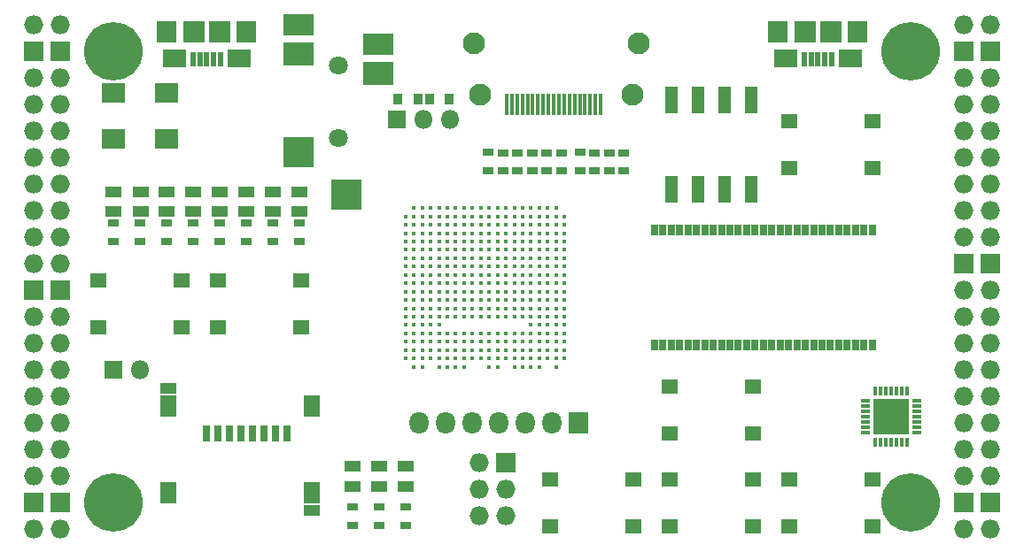
<source format=gts>
G04 #@! TF.GenerationSoftware,KiCad,Pcbnew,5.0.0-rc2-dev-unknown+dfsg1+20180318-2*
G04 #@! TF.CreationDate,2018-05-15T23:44:12+02:00*
G04 #@! TF.ProjectId,ulx3s,756C7833732E6B696361645F70636200,rev?*
G04 #@! TF.SameCoordinates,Original*
G04 #@! TF.FileFunction,Soldermask,Top*
G04 #@! TF.FilePolarity,Negative*
%FSLAX46Y46*%
G04 Gerber Fmt 4.6, Leading zero omitted, Abs format (unit mm)*
G04 Created by KiCad (PCBNEW 5.0.0-rc2-dev-unknown+dfsg1+20180318-2) date Tue May 15 23:44:12 2018*
%MOMM*%
%LPD*%
G01*
G04 APERTURE LIST*
%ADD10O,1.827200X1.827200*%
%ADD11R,1.827200X1.827200*%
%ADD12C,5.600000*%
%ADD13R,2.200000X1.700000*%
%ADD14R,2.000000X2.000000*%
%ADD15R,0.500000X1.450000*%
%ADD16R,1.900000X2.000000*%
%ADD17O,0.950000X0.400000*%
%ADD18O,0.400000X0.950000*%
%ADD19R,1.775000X1.775000*%
%ADD20R,1.827200X2.132000*%
%ADD21O,1.827200X2.132000*%
%ADD22R,1.650000X1.400000*%
%ADD23R,1.220000X2.540000*%
%ADD24C,0.430000*%
%ADD25R,2.900000X2.100000*%
%ADD26R,2.900000X2.300000*%
%ADD27R,2.900000X2.900000*%
%ADD28C,1.800000*%
%ADD29R,0.800000X1.600000*%
%ADD30R,1.550000X1.000000*%
%ADD31R,1.550000X2.100000*%
%ADD32R,2.300000X1.900000*%
%ADD33R,0.660000X1.000000*%
%ADD34R,1.100000X0.770000*%
%ADD35R,1.600000X1.070000*%
%ADD36R,0.400000X2.000000*%
%ADD37C,2.100000*%
%ADD38R,0.945000X1.100000*%
%ADD39R,1.800000X1.800000*%
%ADD40O,1.800000X1.800000*%
G04 APERTURE END LIST*
D10*
X97910000Y-62690000D03*
X95370000Y-62690000D03*
D11*
X97910000Y-65230000D03*
X95370000Y-65230000D03*
D10*
X97910000Y-67770000D03*
X95370000Y-67770000D03*
X97910000Y-70310000D03*
X95370000Y-70310000D03*
X97910000Y-72850000D03*
X95370000Y-72850000D03*
X97910000Y-75390000D03*
X95370000Y-75390000D03*
X97910000Y-77930000D03*
X95370000Y-77930000D03*
X97910000Y-80470000D03*
X95370000Y-80470000D03*
X97910000Y-83010000D03*
X95370000Y-83010000D03*
X97910000Y-85550000D03*
X95370000Y-85550000D03*
D11*
X97910000Y-88090000D03*
X95370000Y-88090000D03*
D10*
X97910000Y-90630000D03*
X95370000Y-90630000D03*
X97910000Y-93170000D03*
X95370000Y-93170000D03*
X97910000Y-95710000D03*
X95370000Y-95710000D03*
X97910000Y-98250000D03*
X95370000Y-98250000D03*
X97910000Y-100790000D03*
X95370000Y-100790000D03*
X97910000Y-103330000D03*
X95370000Y-103330000D03*
X97910000Y-105870000D03*
X95370000Y-105870000D03*
D11*
X97910000Y-108410000D03*
X95370000Y-108410000D03*
D10*
X97910000Y-110950000D03*
X95370000Y-110950000D03*
X184270000Y-110950000D03*
X186810000Y-110950000D03*
D11*
X184270000Y-108410000D03*
X186810000Y-108410000D03*
D10*
X184270000Y-105870000D03*
X186810000Y-105870000D03*
X184270000Y-103330000D03*
X186810000Y-103330000D03*
X184270000Y-100790000D03*
X186810000Y-100790000D03*
X184270000Y-98250000D03*
X186810000Y-98250000D03*
X184270000Y-95710000D03*
X186810000Y-95710000D03*
X184270000Y-93170000D03*
X186810000Y-93170000D03*
X184270000Y-90630000D03*
X186810000Y-90630000D03*
X184270000Y-88090000D03*
X186810000Y-88090000D03*
D11*
X184270000Y-85550000D03*
X186810000Y-85550000D03*
D10*
X184270000Y-83010000D03*
X186810000Y-83010000D03*
X184270000Y-80470000D03*
X186810000Y-80470000D03*
X184270000Y-77930000D03*
X186810000Y-77930000D03*
X184270000Y-75390000D03*
X186810000Y-75390000D03*
X184270000Y-72850000D03*
X186810000Y-72850000D03*
X184270000Y-70310000D03*
X186810000Y-70310000D03*
X184270000Y-67770000D03*
X186810000Y-67770000D03*
D11*
X184270000Y-65230000D03*
X186810000Y-65230000D03*
D10*
X184270000Y-62690000D03*
X186810000Y-62690000D03*
D12*
X102990000Y-108410000D03*
X179190000Y-108410000D03*
X179190000Y-65230000D03*
X102990000Y-65230000D03*
D13*
X114980000Y-65875000D03*
X108780000Y-65875000D03*
D14*
X113080000Y-63325000D03*
X110680000Y-63325000D03*
D15*
X113180000Y-66000000D03*
X112530000Y-66000000D03*
X111880000Y-66000000D03*
X111230000Y-66000000D03*
X110580000Y-66000000D03*
D16*
X115680000Y-63325000D03*
X108080000Y-63325000D03*
D13*
X173400000Y-65875000D03*
X167200000Y-65875000D03*
D14*
X171500000Y-63325000D03*
X169100000Y-63325000D03*
D15*
X171600000Y-66000000D03*
X170950000Y-66000000D03*
X170300000Y-66000000D03*
X169650000Y-66000000D03*
X169000000Y-66000000D03*
D16*
X174100000Y-63325000D03*
X166500000Y-63325000D03*
D11*
X140455000Y-104600000D03*
D10*
X137915000Y-104600000D03*
X140455000Y-107140000D03*
X137915000Y-107140000D03*
X140455000Y-109680000D03*
X137915000Y-109680000D03*
D17*
X179735000Y-101655000D03*
X179735000Y-101155000D03*
X179735000Y-100655000D03*
X179735000Y-100155000D03*
X179735000Y-99655000D03*
X179735000Y-99155000D03*
X179735000Y-98655000D03*
D18*
X178785000Y-97705000D03*
X178285000Y-97705000D03*
X177785000Y-97705000D03*
X177285000Y-97705000D03*
X176785000Y-97705000D03*
X176285000Y-97705000D03*
X175785000Y-97705000D03*
D17*
X174835000Y-98655000D03*
X174835000Y-99155000D03*
X174835000Y-99655000D03*
X174835000Y-100155000D03*
X174835000Y-100655000D03*
X174835000Y-101155000D03*
X174835000Y-101655000D03*
D18*
X175785000Y-102605000D03*
X176285000Y-102605000D03*
X176785000Y-102605000D03*
X177285000Y-102605000D03*
X177785000Y-102605000D03*
X178285000Y-102605000D03*
X178785000Y-102605000D03*
D19*
X176447500Y-99317500D03*
X176447500Y-100992500D03*
X178122500Y-99317500D03*
X178122500Y-100992500D03*
D20*
X147440000Y-100790000D03*
D21*
X144900000Y-100790000D03*
X142360000Y-100790000D03*
X139820000Y-100790000D03*
X137280000Y-100790000D03*
X134740000Y-100790000D03*
X132200000Y-100790000D03*
D22*
X175550000Y-71870000D03*
X175550000Y-76370000D03*
X167590000Y-76370000D03*
X167590000Y-71870000D03*
X101550000Y-91610000D03*
X101550000Y-87110000D03*
X109510000Y-87110000D03*
X109510000Y-91610000D03*
X112980000Y-91610000D03*
X112980000Y-87110000D03*
X120940000Y-87110000D03*
X120940000Y-91610000D03*
X156160000Y-101770000D03*
X156160000Y-97270000D03*
X164120000Y-97270000D03*
X164120000Y-101770000D03*
X164120000Y-106160000D03*
X164120000Y-110660000D03*
X156160000Y-110660000D03*
X156160000Y-106160000D03*
X152690000Y-106160000D03*
X152690000Y-110660000D03*
X144730000Y-110660000D03*
X144730000Y-106160000D03*
X175550000Y-106160000D03*
X175550000Y-110660000D03*
X167590000Y-110660000D03*
X167590000Y-106160000D03*
D23*
X156330000Y-78425000D03*
X163950000Y-69815000D03*
X158870000Y-78425000D03*
X161410000Y-69815000D03*
X161410000Y-78425000D03*
X158870000Y-69815000D03*
X163950000Y-78425000D03*
X156330000Y-69815000D03*
D24*
X131680000Y-80200000D03*
X132480000Y-80200000D03*
X133280000Y-80200000D03*
X134080000Y-80200000D03*
X134880000Y-80200000D03*
X135680000Y-80200000D03*
X136480000Y-80200000D03*
X137280000Y-80200000D03*
X138080000Y-80200000D03*
X138880000Y-80200000D03*
X139680000Y-80200000D03*
X140480000Y-80200000D03*
X141280000Y-80200000D03*
X142080000Y-80200000D03*
X142880000Y-80200000D03*
X143680000Y-80200000D03*
X144480000Y-80200000D03*
X145280000Y-80200000D03*
X130880000Y-81000000D03*
X131680000Y-81000000D03*
X132480000Y-81000000D03*
X133280000Y-81000000D03*
X134080000Y-81000000D03*
X134880000Y-81000000D03*
X135680000Y-81000000D03*
X136480000Y-81000000D03*
X137280000Y-81000000D03*
X138080000Y-81000000D03*
X138880000Y-81000000D03*
X139680000Y-81000000D03*
X140480000Y-81000000D03*
X141280000Y-81000000D03*
X142080000Y-81000000D03*
X142880000Y-81000000D03*
X143680000Y-81000000D03*
X144480000Y-81000000D03*
X145280000Y-81000000D03*
X146080000Y-81000000D03*
X130880000Y-81800000D03*
X131680000Y-81800000D03*
X132480000Y-81800000D03*
X133280000Y-81800000D03*
X134080000Y-81800000D03*
X134880000Y-81800000D03*
X135680000Y-81800000D03*
X136480000Y-81800000D03*
X137280000Y-81800000D03*
X138080000Y-81800000D03*
X138880000Y-81800000D03*
X139680000Y-81800000D03*
X140480000Y-81800000D03*
X141280000Y-81800000D03*
X142080000Y-81800000D03*
X142880000Y-81800000D03*
X143680000Y-81800000D03*
X144480000Y-81800000D03*
X145280000Y-81800000D03*
X146080000Y-81800000D03*
X130880000Y-82600000D03*
X131680000Y-82600000D03*
X132480000Y-82600000D03*
X133280000Y-82600000D03*
X134080000Y-82600000D03*
X134880000Y-82600000D03*
X135680000Y-82600000D03*
X136480000Y-82600000D03*
X137280000Y-82600000D03*
X138080000Y-82600000D03*
X138880000Y-82600000D03*
X139680000Y-82600000D03*
X140480000Y-82600000D03*
X141280000Y-82600000D03*
X142080000Y-82600000D03*
X142880000Y-82600000D03*
X143680000Y-82600000D03*
X144480000Y-82600000D03*
X145280000Y-82600000D03*
X146080000Y-82600000D03*
X130880000Y-83400000D03*
X131680000Y-83400000D03*
X132480000Y-83400000D03*
X133280000Y-83400000D03*
X134080000Y-83400000D03*
X134880000Y-83400000D03*
X135680000Y-83400000D03*
X136480000Y-83400000D03*
X137280000Y-83400000D03*
X138080000Y-83400000D03*
X138880000Y-83400000D03*
X139680000Y-83400000D03*
X140480000Y-83400000D03*
X141280000Y-83400000D03*
X142080000Y-83400000D03*
X142880000Y-83400000D03*
X143680000Y-83400000D03*
X144480000Y-83400000D03*
X145280000Y-83400000D03*
X146080000Y-83400000D03*
X130880000Y-84200000D03*
X131680000Y-84200000D03*
X132480000Y-84200000D03*
X133280000Y-84200000D03*
X134080000Y-84200000D03*
X134880000Y-84200000D03*
X135680000Y-84200000D03*
X136480000Y-84200000D03*
X137280000Y-84200000D03*
X138080000Y-84200000D03*
X138880000Y-84200000D03*
X139680000Y-84200000D03*
X140480000Y-84200000D03*
X141280000Y-84200000D03*
X142080000Y-84200000D03*
X142880000Y-84200000D03*
X143680000Y-84200000D03*
X144480000Y-84200000D03*
X145280000Y-84200000D03*
X146080000Y-84200000D03*
X130880000Y-85000000D03*
X131680000Y-85000000D03*
X132480000Y-85000000D03*
X133280000Y-85000000D03*
X134080000Y-85000000D03*
X134880000Y-85000000D03*
X135680000Y-85000000D03*
X136480000Y-85000000D03*
X137280000Y-85000000D03*
X138080000Y-85000000D03*
X138880000Y-85000000D03*
X139680000Y-85000000D03*
X140480000Y-85000000D03*
X141280000Y-85000000D03*
X142080000Y-85000000D03*
X142880000Y-85000000D03*
X143680000Y-85000000D03*
X144480000Y-85000000D03*
X145280000Y-85000000D03*
X146080000Y-85000000D03*
X130880000Y-85800000D03*
X131680000Y-85800000D03*
X132480000Y-85800000D03*
X133280000Y-85800000D03*
X134080000Y-85800000D03*
X134880000Y-85800000D03*
X135680000Y-85800000D03*
X136480000Y-85800000D03*
X137280000Y-85800000D03*
X138080000Y-85800000D03*
X138880000Y-85800000D03*
X139680000Y-85800000D03*
X140480000Y-85800000D03*
X141280000Y-85800000D03*
X142080000Y-85800000D03*
X142880000Y-85800000D03*
X143680000Y-85800000D03*
X144480000Y-85800000D03*
X145280000Y-85800000D03*
X146080000Y-85800000D03*
X130880000Y-86600000D03*
X131680000Y-86600000D03*
X132480000Y-86600000D03*
X133280000Y-86600000D03*
X134080000Y-86600000D03*
X134880000Y-86600000D03*
X135680000Y-86600000D03*
X136480000Y-86600000D03*
X137280000Y-86600000D03*
X138080000Y-86600000D03*
X138880000Y-86600000D03*
X139680000Y-86600000D03*
X140480000Y-86600000D03*
X141280000Y-86600000D03*
X142080000Y-86600000D03*
X142880000Y-86600000D03*
X143680000Y-86600000D03*
X144480000Y-86600000D03*
X145280000Y-86600000D03*
X146080000Y-86600000D03*
X130880000Y-87400000D03*
X131680000Y-87400000D03*
X132480000Y-87400000D03*
X133280000Y-87400000D03*
X134080000Y-87400000D03*
X134880000Y-87400000D03*
X135680000Y-87400000D03*
X136480000Y-87400000D03*
X137280000Y-87400000D03*
X138080000Y-87400000D03*
X138880000Y-87400000D03*
X139680000Y-87400000D03*
X140480000Y-87400000D03*
X141280000Y-87400000D03*
X142080000Y-87400000D03*
X142880000Y-87400000D03*
X143680000Y-87400000D03*
X144480000Y-87400000D03*
X145280000Y-87400000D03*
X146080000Y-87400000D03*
X130880000Y-88200000D03*
X131680000Y-88200000D03*
X132480000Y-88200000D03*
X133280000Y-88200000D03*
X134080000Y-88200000D03*
X134880000Y-88200000D03*
X135680000Y-88200000D03*
X136480000Y-88200000D03*
X137280000Y-88200000D03*
X138080000Y-88200000D03*
X138880000Y-88200000D03*
X139680000Y-88200000D03*
X140480000Y-88200000D03*
X141280000Y-88200000D03*
X142080000Y-88200000D03*
X142880000Y-88200000D03*
X143680000Y-88200000D03*
X144480000Y-88200000D03*
X145280000Y-88200000D03*
X146080000Y-88200000D03*
X130880000Y-89000000D03*
X131680000Y-89000000D03*
X132480000Y-89000000D03*
X133280000Y-89000000D03*
X134080000Y-89000000D03*
X134880000Y-89000000D03*
X135680000Y-89000000D03*
X136480000Y-89000000D03*
X137280000Y-89000000D03*
X138080000Y-89000000D03*
X138880000Y-89000000D03*
X139680000Y-89000000D03*
X140480000Y-89000000D03*
X141280000Y-89000000D03*
X142080000Y-89000000D03*
X142880000Y-89000000D03*
X143680000Y-89000000D03*
X144480000Y-89000000D03*
X145280000Y-89000000D03*
X146080000Y-89000000D03*
X130880000Y-89800000D03*
X131680000Y-89800000D03*
X132480000Y-89800000D03*
X133280000Y-89800000D03*
X134080000Y-89800000D03*
X134880000Y-89800000D03*
X135680000Y-89800000D03*
X136480000Y-89800000D03*
X137280000Y-89800000D03*
X138080000Y-89800000D03*
X138880000Y-89800000D03*
X139680000Y-89800000D03*
X140480000Y-89800000D03*
X141280000Y-89800000D03*
X142080000Y-89800000D03*
X142880000Y-89800000D03*
X143680000Y-89800000D03*
X144480000Y-89800000D03*
X145280000Y-89800000D03*
X146080000Y-89800000D03*
X130880000Y-90600000D03*
X131680000Y-90600000D03*
X132480000Y-90600000D03*
X133280000Y-90600000D03*
X134080000Y-90600000D03*
X134880000Y-90600000D03*
X135680000Y-90600000D03*
X136480000Y-90600000D03*
X137280000Y-90600000D03*
X138080000Y-90600000D03*
X138880000Y-90600000D03*
X139680000Y-90600000D03*
X140480000Y-90600000D03*
X141280000Y-90600000D03*
X142080000Y-90600000D03*
X142880000Y-90600000D03*
X143680000Y-90600000D03*
X144480000Y-90600000D03*
X145280000Y-90600000D03*
X146080000Y-90600000D03*
X130880000Y-91400000D03*
X131680000Y-91400000D03*
X132480000Y-91400000D03*
X133280000Y-91400000D03*
X134080000Y-91400000D03*
X142880000Y-91400000D03*
X143680000Y-91400000D03*
X144480000Y-91400000D03*
X145280000Y-91400000D03*
X146080000Y-91400000D03*
X130880000Y-92200000D03*
X131680000Y-92200000D03*
X132480000Y-92200000D03*
X133280000Y-92200000D03*
X134080000Y-92200000D03*
X134880000Y-92200000D03*
X135680000Y-92200000D03*
X136480000Y-92200000D03*
X137280000Y-92200000D03*
X138080000Y-92200000D03*
X138880000Y-92200000D03*
X139680000Y-92200000D03*
X140480000Y-92200000D03*
X141280000Y-92200000D03*
X142080000Y-92200000D03*
X142880000Y-92200000D03*
X143680000Y-92200000D03*
X144480000Y-92200000D03*
X145280000Y-92200000D03*
X146080000Y-92200000D03*
X130880000Y-93000000D03*
X131680000Y-93000000D03*
X132480000Y-93000000D03*
X133280000Y-93000000D03*
X134080000Y-93000000D03*
X134880000Y-93000000D03*
X135680000Y-93000000D03*
X136480000Y-93000000D03*
X137280000Y-93000000D03*
X138080000Y-93000000D03*
X138880000Y-93000000D03*
X139680000Y-93000000D03*
X140480000Y-93000000D03*
X141280000Y-93000000D03*
X142080000Y-93000000D03*
X142880000Y-93000000D03*
X143680000Y-93000000D03*
X144480000Y-93000000D03*
X145280000Y-93000000D03*
X146080000Y-93000000D03*
X130880000Y-93800000D03*
X131680000Y-93800000D03*
X132480000Y-93800000D03*
X133280000Y-93800000D03*
X134080000Y-93800000D03*
X134880000Y-93800000D03*
X135680000Y-93800000D03*
X136480000Y-93800000D03*
X137280000Y-93800000D03*
X138080000Y-93800000D03*
X138880000Y-93800000D03*
X139680000Y-93800000D03*
X140480000Y-93800000D03*
X141280000Y-93800000D03*
X142080000Y-93800000D03*
X142880000Y-93800000D03*
X143680000Y-93800000D03*
X144480000Y-93800000D03*
X145280000Y-93800000D03*
X146080000Y-93800000D03*
X130880000Y-94600000D03*
X131680000Y-94600000D03*
X132480000Y-94600000D03*
X133280000Y-94600000D03*
X134080000Y-94600000D03*
X134880000Y-94600000D03*
X135680000Y-94600000D03*
X136480000Y-94600000D03*
X137280000Y-94600000D03*
X138080000Y-94600000D03*
X138880000Y-94600000D03*
X139680000Y-94600000D03*
X140480000Y-94600000D03*
X141280000Y-94600000D03*
X142080000Y-94600000D03*
X142880000Y-94600000D03*
X143680000Y-94600000D03*
X144480000Y-94600000D03*
X145280000Y-94600000D03*
X146080000Y-94600000D03*
X131680000Y-95400000D03*
X132480000Y-95400000D03*
X134080000Y-95400000D03*
X134880000Y-95400000D03*
X135680000Y-95400000D03*
X136480000Y-95400000D03*
X138880000Y-95400000D03*
X139680000Y-95400000D03*
X141280000Y-95400000D03*
X142080000Y-95400000D03*
X142880000Y-95400000D03*
X143680000Y-95400000D03*
X145280000Y-95400000D03*
D25*
X120668000Y-62618000D03*
D26*
X120668000Y-65418000D03*
D27*
X120668000Y-74818000D03*
X125218000Y-78918000D03*
D26*
X128268000Y-67318000D03*
D25*
X128268000Y-64518000D03*
D28*
X124468000Y-66518000D03*
X124468000Y-73518000D03*
D29*
X111850000Y-101750000D03*
X112950000Y-101750000D03*
X114050000Y-101750000D03*
X115150000Y-101750000D03*
X116250000Y-101750000D03*
X117350000Y-101750000D03*
X118450000Y-101750000D03*
X119550000Y-101750000D03*
D30*
X108175000Y-97450000D03*
X121925000Y-109150000D03*
D31*
X121925000Y-99150000D03*
X108175000Y-99150000D03*
X108175000Y-107450000D03*
X121925000Y-107450000D03*
D32*
X108040000Y-69220000D03*
X102960000Y-69220000D03*
X102960000Y-73620000D03*
X108040000Y-73620000D03*
D33*
X175493000Y-82270000D03*
X154693000Y-93330000D03*
X155493000Y-93330000D03*
X156293000Y-93330000D03*
X157093000Y-93330000D03*
X157893000Y-93330000D03*
X158693000Y-93330000D03*
X159493000Y-93330000D03*
X160293000Y-93330000D03*
X161093000Y-93330000D03*
X161893000Y-93330000D03*
X162693000Y-93330000D03*
X163493000Y-93330000D03*
X164293000Y-93330000D03*
X165093000Y-93330000D03*
X165893000Y-93330000D03*
X166693000Y-93330000D03*
X167493000Y-93330000D03*
X168293000Y-93330000D03*
X169093000Y-93330000D03*
X169893000Y-93330000D03*
X170693000Y-93330000D03*
X171493000Y-93330000D03*
X172293000Y-93330000D03*
X173093000Y-93330000D03*
X173893000Y-93330000D03*
X174693000Y-93330000D03*
X175493000Y-93330000D03*
X174693000Y-82270000D03*
X173893000Y-82270000D03*
X173093000Y-82270000D03*
X172293000Y-82270000D03*
X171493000Y-82270000D03*
X170693000Y-82270000D03*
X169893000Y-82270000D03*
X169093000Y-82270000D03*
X168293000Y-82270000D03*
X167493000Y-82270000D03*
X166693000Y-82270000D03*
X165893000Y-82270000D03*
X165093000Y-82270000D03*
X164293000Y-82270000D03*
X163493000Y-82270000D03*
X162693000Y-82270000D03*
X161893000Y-82270000D03*
X161093000Y-82270000D03*
X160293000Y-82270000D03*
X159493000Y-82270000D03*
X158693000Y-82270000D03*
X157893000Y-82270000D03*
X157093000Y-82270000D03*
X156293000Y-82270000D03*
X155493000Y-82270000D03*
X154693000Y-82270000D03*
D34*
X150361000Y-76646000D03*
X150361000Y-74896000D03*
X151758000Y-74896000D03*
X151758000Y-76646000D03*
X140201000Y-74896000D03*
X140201000Y-76646000D03*
X142995000Y-76646000D03*
X142995000Y-74896000D03*
X145789000Y-76646000D03*
X145789000Y-74896000D03*
X148964000Y-74896000D03*
X148964000Y-76646000D03*
X138742800Y-76638600D03*
X138742800Y-74888600D03*
X141598000Y-74896000D03*
X141598000Y-76646000D03*
X144392000Y-74896000D03*
X144392000Y-76646000D03*
X147567000Y-76634000D03*
X147567000Y-74884000D03*
D35*
X130930000Y-106825000D03*
X130930000Y-104915000D03*
X120770000Y-78644000D03*
X120770000Y-80554000D03*
X118230000Y-80554000D03*
X118230000Y-78644000D03*
X115690000Y-78644000D03*
X115690000Y-80554000D03*
X113150000Y-78644000D03*
X113150000Y-80554000D03*
X110610000Y-80554000D03*
X110610000Y-78644000D03*
X108070000Y-80554000D03*
X108070000Y-78644000D03*
X105545000Y-78644000D03*
X105545000Y-80554000D03*
X102990000Y-80554000D03*
X102990000Y-78644000D03*
X128390000Y-106825000D03*
X128390000Y-104915000D03*
X125850000Y-104915000D03*
X125850000Y-106825000D03*
D36*
X149546000Y-70312000D03*
X149046000Y-70312000D03*
X148546000Y-70312000D03*
X148046000Y-70312000D03*
X147546000Y-70312000D03*
X147046000Y-70312000D03*
X146546000Y-70312000D03*
X146046000Y-70312000D03*
X145546000Y-70312000D03*
X145046000Y-70312000D03*
X144546000Y-70312000D03*
X144046000Y-70312000D03*
X143546000Y-70312000D03*
X143046000Y-70312000D03*
X142546000Y-70312000D03*
X142046000Y-70312000D03*
X141546000Y-70312000D03*
X141046000Y-70312000D03*
X140546000Y-70312000D03*
D37*
X152546000Y-69312000D03*
X138046000Y-69312000D03*
X153146000Y-64412000D03*
X137446000Y-64412000D03*
D34*
X120770000Y-83377000D03*
X120770000Y-81627000D03*
X118230000Y-81627000D03*
X118230000Y-83377000D03*
X115690000Y-83377000D03*
X115690000Y-81627000D03*
X113150000Y-81627000D03*
X113150000Y-83377000D03*
X110610000Y-81627000D03*
X110610000Y-83377000D03*
X108070000Y-83377000D03*
X108070000Y-81627000D03*
X105530000Y-81627000D03*
X105530000Y-83377000D03*
X102990000Y-83377000D03*
X102990000Y-81627000D03*
X128390000Y-110555000D03*
X128390000Y-108805000D03*
X130930000Y-110555000D03*
X130930000Y-108805000D03*
X125850000Y-108805000D03*
X125850000Y-110555000D03*
D38*
X130123501Y-69814500D03*
X132048501Y-69814500D03*
X135082500Y-69814500D03*
X133157500Y-69814500D03*
D39*
X102990000Y-95710000D03*
D40*
X105530000Y-95710000D03*
D39*
X130056000Y-71725000D03*
D40*
X132596000Y-71725000D03*
X135136000Y-71725000D03*
M02*

</source>
